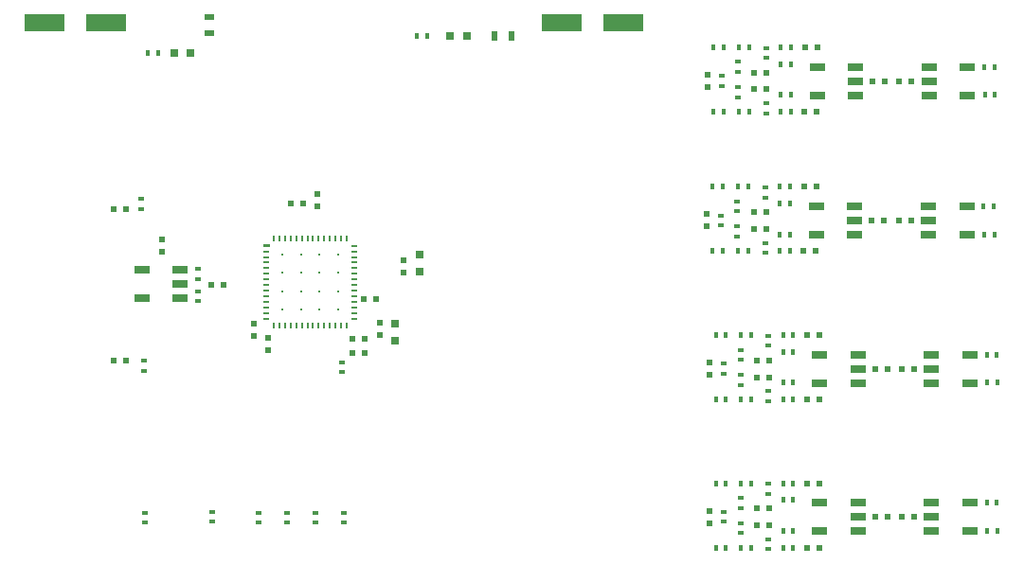
<source format=gbr>
%TF.GenerationSoftware,KiCad,Pcbnew,(5.1.0-1157-gc8cd95a71)*%
%TF.CreationDate,2019-06-29T21:36:28-07:00*%
%TF.ProjectId,adc344x,61646333-3434-4782-9e6b-696361645f70,rev?*%
%TF.SameCoordinates,Original*%
%TF.FileFunction,Paste,Top*%
%TF.FilePolarity,Positive*%
%FSLAX46Y46*%
G04 Gerber Fmt 4.6, Leading zero omitted, Abs format (unit mm)*
G04 Created by KiCad (PCBNEW (5.1.0-1157-gc8cd95a71)) date 2019-06-29 21:36:28*
%MOMM*%
%LPD*%
G04 APERTURE LIST*
%ADD10R,3.599180X1.600200*%
%ADD11R,0.750000X0.800000*%
%ADD12R,0.600000X0.500000*%
%ADD13R,0.500000X0.600000*%
%ADD14R,0.797560X0.797560*%
%ADD15R,0.500000X0.900000*%
%ADD16R,0.900000X0.500000*%
%ADD17R,0.400000X0.600000*%
%ADD18R,0.600000X0.400000*%
%ADD19R,1.400000X0.760000*%
%ADD20C,0.100000*%
%ADD21C,0.240000*%
%ADD22R,0.600000X0.240000*%
%ADD23R,0.240000X0.600000*%
%ADD24R,0.150000X0.150000*%
G04 APERTURE END LIST*
D10*
X119750000Y-47750000D03*
X114248360Y-47750000D03*
X166000820Y-47750000D03*
X160499180Y-47750000D03*
D11*
X145600000Y-74750000D03*
X145600000Y-76250000D03*
D12*
X121550000Y-64500000D03*
X120450000Y-64500000D03*
X121550000Y-78000000D03*
X120450000Y-78000000D03*
D11*
X147800000Y-68550000D03*
X147800000Y-70050000D03*
D12*
X142850000Y-76100000D03*
X141750000Y-76100000D03*
D13*
X124750000Y-68250000D03*
X124750000Y-67150000D03*
D12*
X142750000Y-72500000D03*
X143850000Y-72500000D03*
D13*
X134200000Y-77050000D03*
X134200000Y-75950000D03*
D12*
X141750000Y-77300000D03*
X142850000Y-77300000D03*
X129150000Y-71250000D03*
X130250000Y-71250000D03*
D13*
X144200000Y-75750000D03*
X144200000Y-74650000D03*
X133000000Y-75850000D03*
X133000000Y-74750000D03*
D12*
X137400000Y-64000000D03*
X136300000Y-64000000D03*
D13*
X138600000Y-64250000D03*
X138600000Y-63150000D03*
X146300000Y-69050000D03*
X146300000Y-70150000D03*
D12*
X191750000Y-53000000D03*
X190650000Y-53000000D03*
X189350000Y-53000000D03*
X188250000Y-53000000D03*
X183300000Y-50000000D03*
X182200000Y-50000000D03*
X182150000Y-55750000D03*
X183250000Y-55750000D03*
X178800000Y-53750000D03*
X177700000Y-53750000D03*
X177700000Y-52250000D03*
X178800000Y-52250000D03*
D13*
X173500000Y-52450000D03*
X173500000Y-53550000D03*
D14*
X150501400Y-49000000D03*
X152000000Y-49000000D03*
X127309300Y-50500000D03*
X125810700Y-50500000D03*
D15*
X154500000Y-49000000D03*
X156000000Y-49000000D03*
D16*
X129000000Y-48750000D03*
X129000000Y-47250000D03*
D17*
X180050000Y-51500000D03*
X180950000Y-51500000D03*
X180050000Y-54250000D03*
X180950000Y-54250000D03*
D18*
X174750000Y-53450000D03*
X174750000Y-52550000D03*
X122900000Y-64450000D03*
X122900000Y-63550000D03*
X123100000Y-78050000D03*
X123100000Y-78950000D03*
X123190000Y-92525000D03*
X123190000Y-91625000D03*
X129250000Y-91550000D03*
X129250000Y-92450000D03*
X128000000Y-69800000D03*
X128000000Y-70700000D03*
X128000000Y-71800000D03*
X128000000Y-72700000D03*
X133350000Y-92525000D03*
X133350000Y-91625000D03*
X135890000Y-91625000D03*
X135890000Y-92525000D03*
X138430000Y-92525000D03*
X138430000Y-91625000D03*
X140970000Y-91625000D03*
X140970000Y-92525000D03*
X140800000Y-79050000D03*
X140800000Y-78150000D03*
D17*
X148450000Y-49000000D03*
X147550000Y-49000000D03*
X123500000Y-50500000D03*
X124400000Y-50500000D03*
X198250000Y-51750000D03*
X199150000Y-51750000D03*
X199200000Y-54250000D03*
X198300000Y-54250000D03*
X180950000Y-50000000D03*
X180050000Y-50000000D03*
X180050000Y-55750000D03*
X180950000Y-55750000D03*
D18*
X178750000Y-50050000D03*
X178750000Y-50950000D03*
X178750000Y-55900000D03*
X178750000Y-55000000D03*
D17*
X176300000Y-50000000D03*
X177200000Y-50000000D03*
X177200000Y-55750000D03*
X176300000Y-55750000D03*
D18*
X176250000Y-51300000D03*
X176250000Y-52200000D03*
X176250000Y-54450000D03*
X176250000Y-53550000D03*
D17*
X174950000Y-50000000D03*
X174050000Y-50000000D03*
X174050000Y-55750000D03*
X174950000Y-55750000D03*
D19*
X126365000Y-69850000D03*
X126365000Y-69850000D03*
X126365000Y-71120000D03*
X126365000Y-72390000D03*
X122935000Y-72390000D03*
X122935000Y-69850000D03*
X196750000Y-54270000D03*
X196750000Y-51730000D03*
X193320000Y-51730000D03*
X193320000Y-53000000D03*
X193320000Y-54270000D03*
X193320000Y-54270000D03*
X186750000Y-51730000D03*
X186750000Y-51730000D03*
X186750000Y-53000000D03*
X186750000Y-54270000D03*
X183320000Y-54270000D03*
X183320000Y-51730000D03*
D20*
G36*
X134362961Y-67634567D02*
G01*
X134382426Y-67647574D01*
X134395433Y-67667039D01*
X134400000Y-67690000D01*
X134400000Y-67810000D01*
X134395433Y-67832961D01*
X134382426Y-67852426D01*
X134362961Y-67865433D01*
X134340000Y-67870000D01*
X133860000Y-67870000D01*
X133837039Y-67865433D01*
X133817574Y-67852426D01*
X133804567Y-67832961D01*
X133800000Y-67810000D01*
X133800000Y-67690000D01*
X133804567Y-67667039D01*
X133817574Y-67647574D01*
X133837039Y-67634567D01*
X133860000Y-67630000D01*
X134340000Y-67630000D01*
X134362961Y-67634567D01*
X134362961Y-67634567D01*
G37*
D21*
X134100000Y-67750000D03*
D22*
X134100000Y-68250000D03*
X134100000Y-68750000D03*
X134100000Y-69250000D03*
X134100000Y-69750000D03*
X134100000Y-70250000D03*
X134100000Y-70750000D03*
X134100000Y-71250000D03*
X134100000Y-71750000D03*
X134100000Y-72250000D03*
X134100000Y-72750000D03*
X134100000Y-73250000D03*
X134100000Y-73750000D03*
X134100000Y-74250000D03*
D23*
X134750000Y-74900000D03*
X135250000Y-74900000D03*
X135750000Y-74900000D03*
X136250000Y-74900000D03*
X136750000Y-74900000D03*
X137250000Y-74900000D03*
X137750000Y-74900000D03*
X138250000Y-74900000D03*
X138750000Y-74900000D03*
X139250000Y-74900000D03*
X139750000Y-74900000D03*
X140250000Y-74900000D03*
X140750000Y-74900000D03*
X141250000Y-74900000D03*
D22*
X141900000Y-74250000D03*
X141900000Y-73750000D03*
X141900000Y-73250000D03*
X141900000Y-72750000D03*
X141900000Y-72250000D03*
X141900000Y-71750000D03*
X141900000Y-71250000D03*
X141900000Y-70750000D03*
X141900000Y-70250000D03*
X141900000Y-69750000D03*
X141900000Y-69250000D03*
X141900000Y-68750000D03*
X141900000Y-68250000D03*
X141900000Y-67750000D03*
D23*
X141250000Y-67100000D03*
X140750000Y-67100000D03*
X140250000Y-67100000D03*
X139750000Y-67100000D03*
X139250000Y-67100000D03*
X138750000Y-67100000D03*
X138250000Y-67100000D03*
X137750000Y-67100000D03*
X137250000Y-67100000D03*
X136750000Y-67100000D03*
X136250000Y-67100000D03*
X135750000Y-67100000D03*
X135250000Y-67100000D03*
X134750000Y-67100000D03*
D24*
X135525000Y-68525000D03*
X135525000Y-70175000D03*
X135525000Y-71825000D03*
X135525000Y-73475000D03*
X137175000Y-68525000D03*
X137175000Y-70175000D03*
X137175000Y-71825000D03*
X137175000Y-73475000D03*
X138825000Y-68525000D03*
X138825000Y-70175000D03*
X138825000Y-71825000D03*
X138825000Y-73475000D03*
X140475000Y-68525000D03*
X140475000Y-70175000D03*
X140475000Y-71825000D03*
X140475000Y-73475000D03*
D12*
X191965000Y-92000000D03*
X190865000Y-92000000D03*
X188465000Y-92000000D03*
X189565000Y-92000000D03*
X183515000Y-89000000D03*
X182415000Y-89000000D03*
X182365000Y-94750000D03*
X183465000Y-94750000D03*
X179015000Y-92750000D03*
X177915000Y-92750000D03*
X177915000Y-91250000D03*
X179015000Y-91250000D03*
D13*
X173715000Y-91450000D03*
X173715000Y-92550000D03*
D12*
X190865000Y-78750000D03*
X191965000Y-78750000D03*
X188465000Y-78750000D03*
X189565000Y-78750000D03*
X183515000Y-75750000D03*
X182415000Y-75750000D03*
X182365000Y-81500000D03*
X183465000Y-81500000D03*
X179015000Y-79500000D03*
X177915000Y-79500000D03*
X177915000Y-78000000D03*
X179015000Y-78000000D03*
D13*
X173715000Y-78200000D03*
X173715000Y-79300000D03*
D12*
X191680000Y-65480000D03*
X190580000Y-65480000D03*
X189280000Y-65480000D03*
X188180000Y-65480000D03*
X182130000Y-62480000D03*
X183230000Y-62480000D03*
X182080000Y-68230000D03*
X183180000Y-68230000D03*
X177630000Y-66230000D03*
X178730000Y-66230000D03*
X178730000Y-64730000D03*
X177630000Y-64730000D03*
D13*
X173430000Y-64930000D03*
X173430000Y-66030000D03*
D17*
X181165000Y-90500000D03*
X180265000Y-90500000D03*
X180265000Y-93250000D03*
X181165000Y-93250000D03*
D18*
X174965000Y-91550000D03*
X174965000Y-92450000D03*
D17*
X181165000Y-77250000D03*
X180265000Y-77250000D03*
X180265000Y-80000000D03*
X181165000Y-80000000D03*
D18*
X174965000Y-78300000D03*
X174965000Y-79200000D03*
D17*
X179980000Y-63980000D03*
X180880000Y-63980000D03*
X180880000Y-66730000D03*
X179980000Y-66730000D03*
D18*
X174680000Y-65930000D03*
X174680000Y-65030000D03*
D17*
X199365000Y-90750000D03*
X198465000Y-90750000D03*
X198515000Y-93250000D03*
X199415000Y-93250000D03*
X180265000Y-89000000D03*
X181165000Y-89000000D03*
X181165000Y-94750000D03*
X180265000Y-94750000D03*
D18*
X178965000Y-89950000D03*
X178965000Y-89050000D03*
X178965000Y-94000000D03*
X178965000Y-94900000D03*
D17*
X177415000Y-89000000D03*
X176515000Y-89000000D03*
X176515000Y-94750000D03*
X177415000Y-94750000D03*
D18*
X176465000Y-91200000D03*
X176465000Y-90300000D03*
X176465000Y-92550000D03*
X176465000Y-93450000D03*
D17*
X174265000Y-89000000D03*
X175165000Y-89000000D03*
X175165000Y-94750000D03*
X174265000Y-94750000D03*
X199365000Y-77500000D03*
X198465000Y-77500000D03*
X198515000Y-80000000D03*
X199415000Y-80000000D03*
X180265000Y-75750000D03*
X181165000Y-75750000D03*
X181165000Y-81500000D03*
X180265000Y-81500000D03*
D18*
X178965000Y-76700000D03*
X178965000Y-75800000D03*
X178965000Y-80750000D03*
X178965000Y-81650000D03*
D17*
X176515000Y-75750000D03*
X177415000Y-75750000D03*
X177415000Y-81500000D03*
X176515000Y-81500000D03*
D18*
X176465000Y-77050000D03*
X176465000Y-77950000D03*
X176465000Y-80200000D03*
X176465000Y-79300000D03*
D17*
X174265000Y-75750000D03*
X175165000Y-75750000D03*
X175165000Y-81500000D03*
X174265000Y-81500000D03*
X198180000Y-64230000D03*
X199080000Y-64230000D03*
X199130000Y-66730000D03*
X198230000Y-66730000D03*
X180880000Y-62480000D03*
X179980000Y-62480000D03*
X179980000Y-68230000D03*
X180880000Y-68230000D03*
D18*
X178680000Y-62530000D03*
X178680000Y-63430000D03*
X178680000Y-68380000D03*
X178680000Y-67480000D03*
D17*
X177130000Y-62480000D03*
X176230000Y-62480000D03*
X176230000Y-68230000D03*
X177130000Y-68230000D03*
D18*
X176180000Y-63780000D03*
X176180000Y-64680000D03*
X176180000Y-66930000D03*
X176180000Y-66030000D03*
D17*
X174880000Y-62480000D03*
X173980000Y-62480000D03*
X173980000Y-68230000D03*
X174880000Y-68230000D03*
D19*
X196965000Y-93270000D03*
X196965000Y-90730000D03*
X193535000Y-90730000D03*
X193535000Y-92000000D03*
X193535000Y-93270000D03*
X193535000Y-93270000D03*
X186965000Y-90730000D03*
X186965000Y-90730000D03*
X186965000Y-92000000D03*
X186965000Y-93270000D03*
X183535000Y-93270000D03*
X183535000Y-90730000D03*
X196965000Y-80020000D03*
X196965000Y-77480000D03*
X193535000Y-77480000D03*
X193535000Y-78750000D03*
X193535000Y-80020000D03*
X193535000Y-80020000D03*
X186965000Y-77480000D03*
X186965000Y-77480000D03*
X186965000Y-78750000D03*
X186965000Y-80020000D03*
X183535000Y-80020000D03*
X183535000Y-77480000D03*
X193250000Y-66750000D03*
X193250000Y-66750000D03*
X193250000Y-65480000D03*
X193250000Y-64210000D03*
X196680000Y-64210000D03*
X196680000Y-66750000D03*
X183250000Y-64210000D03*
X183250000Y-66750000D03*
X186680000Y-66750000D03*
X186680000Y-65480000D03*
X186680000Y-64210000D03*
X186680000Y-64210000D03*
M02*

</source>
